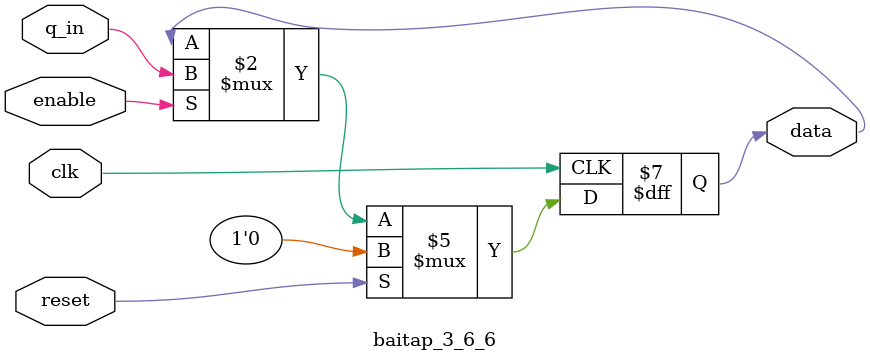
<source format=v>
module baitap_3_6_6(
	input q_in,
	input clk,
	input reset,
	input enable,
	output reg data
);
	always @(posedge clk) begin
		if(reset) begin
			data <= 0 ;
		end else if(enable) begin
			data <= q_in;
		end
	end
endmodule
</source>
